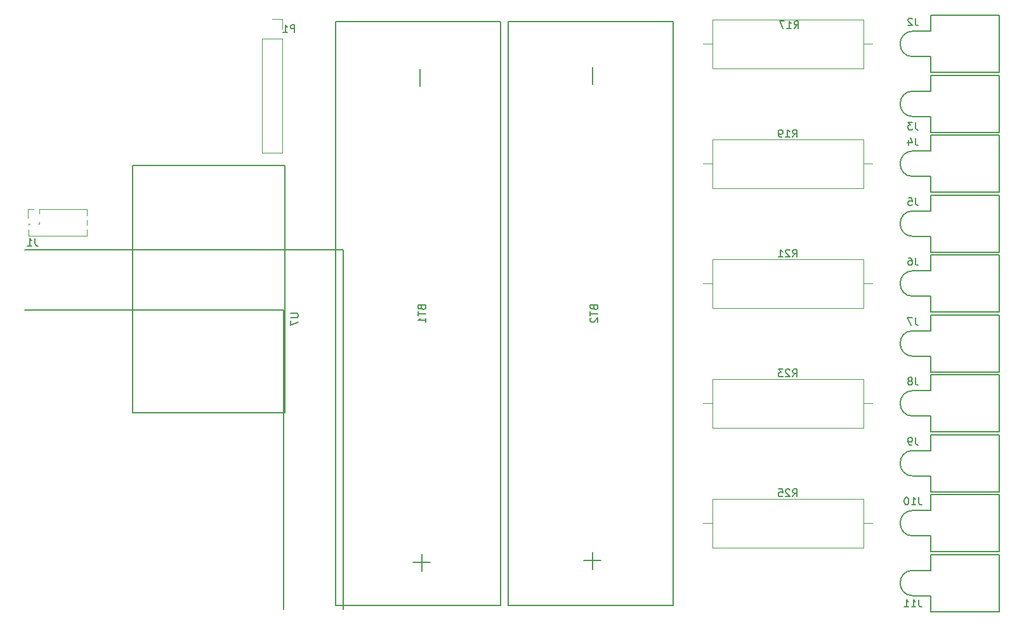
<source format=gbr>
G04 #@! TF.GenerationSoftware,KiCad,Pcbnew,5.0.2+dfsg1-1*
G04 #@! TF.CreationDate,2019-03-09T14:20:14+01:00*
G04 #@! TF.ProjectId,OpenHardwareHolterMonitor,4f70656e-4861-4726-9477-617265486f6c,rev?*
G04 #@! TF.SameCoordinates,Original*
G04 #@! TF.FileFunction,Legend,Bot*
G04 #@! TF.FilePolarity,Positive*
%FSLAX46Y46*%
G04 Gerber Fmt 4.6, Leading zero omitted, Abs format (unit mm)*
G04 Created by KiCad (PCBNEW 5.0.2+dfsg1-1) date Sat 09 Mar 2019 02:20:14 PM CET*
%MOMM*%
%LPD*%
G01*
G04 APERTURE LIST*
%ADD10C,0.150000*%
%ADD11C,0.120000*%
G04 APERTURE END LIST*
D10*
X174000000Y-59500000D02*
X174000000Y-99500000D01*
X139500000Y-59500000D02*
X174000000Y-59500000D01*
X182000000Y-51500000D02*
X182000000Y-99500000D01*
X139500000Y-51500000D02*
X182000000Y-51500000D01*
G04 #@! TO.C,BT2*
X226000000Y-21000000D02*
X204000000Y-21000000D01*
X226000000Y-99000000D02*
X226000000Y-21000000D01*
X204000000Y-99000000D02*
X226000000Y-99000000D01*
X204000000Y-21000000D02*
X204000000Y-99000000D01*
G04 #@! TO.C,BT1*
X203000000Y-21000000D02*
X181000000Y-21000000D01*
X203000000Y-99000000D02*
X203000000Y-21000000D01*
X181000000Y-99000000D02*
X203000000Y-99000000D01*
X181000000Y-21000000D02*
X181000000Y-99000000D01*
D11*
G04 #@! TO.C,J1*
X139930000Y-46100000D02*
X139930000Y-47230000D01*
X140690000Y-46100000D02*
X139930000Y-46100000D01*
X139995000Y-48807530D02*
X139995000Y-49630000D01*
X139995000Y-47990000D02*
X139995000Y-48192470D01*
X140126529Y-47990000D02*
X139995000Y-47990000D01*
X141396529Y-47990000D02*
X141253471Y-47990000D01*
X141450000Y-47793471D02*
X141450000Y-47936529D01*
X141450000Y-46100000D02*
X141450000Y-46666529D01*
X139995000Y-49630000D02*
X147735000Y-49630000D01*
X141450000Y-46100000D02*
X147735000Y-46100000D01*
X147735000Y-47537530D02*
X147735000Y-48192470D01*
X147735000Y-48807530D02*
X147735000Y-49630000D01*
X147735000Y-46100000D02*
X147735000Y-46922470D01*
D10*
G04 #@! TO.C,U7*
X153840000Y-40220000D02*
X153840000Y-73240000D01*
X174160000Y-40220000D02*
X153840000Y-40220000D01*
X174160000Y-73240000D02*
X174160000Y-40220000D01*
X153840000Y-73240000D02*
X174160000Y-73240000D01*
G04 #@! TO.C,J2*
X260400000Y-25700000D02*
X260400000Y-27800000D01*
X258000000Y-25700000D02*
X260400000Y-25700000D01*
X260400000Y-22300000D02*
X258000000Y-22300000D01*
X260400000Y-20200000D02*
X260400000Y-22300000D01*
X269500000Y-27800000D02*
X260400000Y-27800000D01*
X269500000Y-20200000D02*
X269500000Y-27800000D01*
X260400000Y-20200000D02*
X269500000Y-20200000D01*
X258000000Y-22300000D02*
G75*
G03X258000000Y-25700000I0J-1700000D01*
G01*
G04 #@! TO.C,J4*
X260400000Y-41700000D02*
X260400000Y-43800000D01*
X258000000Y-41700000D02*
X260400000Y-41700000D01*
X260400000Y-38300000D02*
X258000000Y-38300000D01*
X260400000Y-36200000D02*
X260400000Y-38300000D01*
X269500000Y-43800000D02*
X260400000Y-43800000D01*
X269500000Y-36200000D02*
X269500000Y-43800000D01*
X260400000Y-36200000D02*
X269500000Y-36200000D01*
X258000000Y-38300000D02*
G75*
G03X258000000Y-41700000I0J-1700000D01*
G01*
G04 #@! TO.C,J5*
X260400000Y-49700000D02*
X260400000Y-51800000D01*
X258000000Y-49700000D02*
X260400000Y-49700000D01*
X260400000Y-46300000D02*
X258000000Y-46300000D01*
X260400000Y-44200000D02*
X260400000Y-46300000D01*
X269500000Y-51800000D02*
X260400000Y-51800000D01*
X269500000Y-44200000D02*
X269500000Y-51800000D01*
X260400000Y-44200000D02*
X269500000Y-44200000D01*
X258000000Y-46300000D02*
G75*
G03X258000000Y-49700000I0J-1700000D01*
G01*
G04 #@! TO.C,J6*
X260400000Y-57700000D02*
X260400000Y-59800000D01*
X258000000Y-57700000D02*
X260400000Y-57700000D01*
X260400000Y-54300000D02*
X258000000Y-54300000D01*
X260400000Y-52200000D02*
X260400000Y-54300000D01*
X269500000Y-59800000D02*
X260400000Y-59800000D01*
X269500000Y-52200000D02*
X269500000Y-59800000D01*
X260400000Y-52200000D02*
X269500000Y-52200000D01*
X258000000Y-54300000D02*
G75*
G03X258000000Y-57700000I0J-1700000D01*
G01*
G04 #@! TO.C,J7*
X260400000Y-65700000D02*
X260400000Y-67800000D01*
X258000000Y-65700000D02*
X260400000Y-65700000D01*
X260400000Y-62300000D02*
X258000000Y-62300000D01*
X260400000Y-60200000D02*
X260400000Y-62300000D01*
X269500000Y-67800000D02*
X260400000Y-67800000D01*
X269500000Y-60200000D02*
X269500000Y-67800000D01*
X260400000Y-60200000D02*
X269500000Y-60200000D01*
X258000000Y-62300000D02*
G75*
G03X258000000Y-65700000I0J-1700000D01*
G01*
G04 #@! TO.C,J8*
X260400000Y-73700000D02*
X260400000Y-75800000D01*
X258000000Y-73700000D02*
X260400000Y-73700000D01*
X260400000Y-70300000D02*
X258000000Y-70300000D01*
X260400000Y-68200000D02*
X260400000Y-70300000D01*
X269500000Y-75800000D02*
X260400000Y-75800000D01*
X269500000Y-68200000D02*
X269500000Y-75800000D01*
X260400000Y-68200000D02*
X269500000Y-68200000D01*
X258000000Y-70300000D02*
G75*
G03X258000000Y-73700000I0J-1700000D01*
G01*
G04 #@! TO.C,J9*
X260400000Y-81700000D02*
X260400000Y-83800000D01*
X258000000Y-81700000D02*
X260400000Y-81700000D01*
X260400000Y-78300000D02*
X258000000Y-78300000D01*
X260400000Y-76200000D02*
X260400000Y-78300000D01*
X269500000Y-83800000D02*
X260400000Y-83800000D01*
X269500000Y-76200000D02*
X269500000Y-83800000D01*
X260400000Y-76200000D02*
X269500000Y-76200000D01*
X258000000Y-78300000D02*
G75*
G03X258000000Y-81700000I0J-1700000D01*
G01*
G04 #@! TO.C,J11*
X260400000Y-97700000D02*
X260400000Y-99800000D01*
X258000000Y-97700000D02*
X260400000Y-97700000D01*
X260400000Y-94300000D02*
X258000000Y-94300000D01*
X260400000Y-92200000D02*
X260400000Y-94300000D01*
X269500000Y-99800000D02*
X260400000Y-99800000D01*
X269500000Y-92200000D02*
X269500000Y-99800000D01*
X260400000Y-92200000D02*
X269500000Y-92200000D01*
X258000000Y-94300000D02*
G75*
G03X258000000Y-97700000I0J-1700000D01*
G01*
D11*
G04 #@! TO.C,R25*
X251360000Y-84740000D02*
X251360000Y-91260000D01*
X251360000Y-91260000D02*
X231240000Y-91260000D01*
X231240000Y-91260000D02*
X231240000Y-84740000D01*
X231240000Y-84740000D02*
X251360000Y-84740000D01*
X252620000Y-88000000D02*
X251360000Y-88000000D01*
X229980000Y-88000000D02*
X231240000Y-88000000D01*
G04 #@! TO.C,R17*
X251360000Y-20740000D02*
X251360000Y-27260000D01*
X251360000Y-27260000D02*
X231240000Y-27260000D01*
X231240000Y-27260000D02*
X231240000Y-20740000D01*
X231240000Y-20740000D02*
X251360000Y-20740000D01*
X252620000Y-24000000D02*
X251360000Y-24000000D01*
X229980000Y-24000000D02*
X231240000Y-24000000D01*
G04 #@! TO.C,R19*
X251360000Y-36740000D02*
X251360000Y-43260000D01*
X251360000Y-43260000D02*
X231240000Y-43260000D01*
X231240000Y-43260000D02*
X231240000Y-36740000D01*
X231240000Y-36740000D02*
X251360000Y-36740000D01*
X252620000Y-40000000D02*
X251360000Y-40000000D01*
X229980000Y-40000000D02*
X231240000Y-40000000D01*
G04 #@! TO.C,R21*
X251360000Y-52740000D02*
X251360000Y-59260000D01*
X251360000Y-59260000D02*
X231240000Y-59260000D01*
X231240000Y-59260000D02*
X231240000Y-52740000D01*
X231240000Y-52740000D02*
X251360000Y-52740000D01*
X252620000Y-56000000D02*
X251360000Y-56000000D01*
X229980000Y-56000000D02*
X231240000Y-56000000D01*
G04 #@! TO.C,R23*
X251360000Y-68740000D02*
X251360000Y-75260000D01*
X251360000Y-75260000D02*
X231240000Y-75260000D01*
X231240000Y-75260000D02*
X231240000Y-68740000D01*
X231240000Y-68740000D02*
X251360000Y-68740000D01*
X252620000Y-72000000D02*
X251360000Y-72000000D01*
X229980000Y-72000000D02*
X231240000Y-72000000D01*
D10*
G04 #@! TO.C,J10*
X260400000Y-89700000D02*
X260400000Y-91800000D01*
X258000000Y-89700000D02*
X260400000Y-89700000D01*
X260400000Y-86300000D02*
X258000000Y-86300000D01*
X260400000Y-84200000D02*
X260400000Y-86300000D01*
X269500000Y-91800000D02*
X260400000Y-91800000D01*
X269500000Y-84200000D02*
X269500000Y-91800000D01*
X260400000Y-84200000D02*
X269500000Y-84200000D01*
X258000000Y-86300000D02*
G75*
G03X258000000Y-89700000I0J-1700000D01*
G01*
G04 #@! TO.C,J3*
X260400000Y-33700000D02*
X260400000Y-35800000D01*
X258000000Y-33700000D02*
X260400000Y-33700000D01*
X260400000Y-30300000D02*
X258000000Y-30300000D01*
X260400000Y-28200000D02*
X260400000Y-30300000D01*
X269500000Y-35800000D02*
X260400000Y-35800000D01*
X269500000Y-28200000D02*
X269500000Y-35800000D01*
X260400000Y-28200000D02*
X269500000Y-28200000D01*
X258000000Y-30300000D02*
G75*
G03X258000000Y-33700000I0J-1700000D01*
G01*
D11*
G04 #@! TO.C,P1*
X173830000Y-20670000D02*
X172500000Y-20670000D01*
X173830000Y-22000000D02*
X173830000Y-20670000D01*
X173830000Y-23270000D02*
X171170000Y-23270000D01*
X171170000Y-23270000D02*
X171170000Y-38570000D01*
X173830000Y-23270000D02*
X173830000Y-38570000D01*
X173830000Y-38570000D02*
X171170000Y-38570000D01*
G04 #@! TO.C,BT2*
D10*
X215428571Y-59214285D02*
X215476190Y-59357142D01*
X215523809Y-59404761D01*
X215619047Y-59452380D01*
X215761904Y-59452380D01*
X215857142Y-59404761D01*
X215904761Y-59357142D01*
X215952380Y-59261904D01*
X215952380Y-58880952D01*
X214952380Y-58880952D01*
X214952380Y-59214285D01*
X215000000Y-59309523D01*
X215047619Y-59357142D01*
X215142857Y-59404761D01*
X215238095Y-59404761D01*
X215333333Y-59357142D01*
X215380952Y-59309523D01*
X215428571Y-59214285D01*
X215428571Y-58880952D01*
X214952380Y-59738095D02*
X214952380Y-60309523D01*
X215952380Y-60023809D02*
X214952380Y-60023809D01*
X215047619Y-60595238D02*
X215000000Y-60642857D01*
X214952380Y-60738095D01*
X214952380Y-60976190D01*
X215000000Y-61071428D01*
X215047619Y-61119047D01*
X215142857Y-61166666D01*
X215238095Y-61166666D01*
X215380952Y-61119047D01*
X215952380Y-60547619D01*
X215952380Y-61166666D01*
X215214285Y-27107142D02*
X215214285Y-29392857D01*
X215214285Y-91857142D02*
X215214285Y-94142857D01*
X216357142Y-93000000D02*
X214071428Y-93000000D01*
G04 #@! TO.C,BT1*
X192428571Y-59214285D02*
X192476190Y-59357142D01*
X192523809Y-59404761D01*
X192619047Y-59452380D01*
X192761904Y-59452380D01*
X192857142Y-59404761D01*
X192904761Y-59357142D01*
X192952380Y-59261904D01*
X192952380Y-58880952D01*
X191952380Y-58880952D01*
X191952380Y-59214285D01*
X192000000Y-59309523D01*
X192047619Y-59357142D01*
X192142857Y-59404761D01*
X192238095Y-59404761D01*
X192333333Y-59357142D01*
X192380952Y-59309523D01*
X192428571Y-59214285D01*
X192428571Y-58880952D01*
X191952380Y-59738095D02*
X191952380Y-60309523D01*
X192952380Y-60023809D02*
X191952380Y-60023809D01*
X192952380Y-61166666D02*
X192952380Y-60595238D01*
X192952380Y-60880952D02*
X191952380Y-60880952D01*
X192095238Y-60785714D01*
X192190476Y-60690476D01*
X192238095Y-60595238D01*
X192214285Y-27357142D02*
X192214285Y-29642857D01*
X192464285Y-92107142D02*
X192464285Y-94392857D01*
X193607142Y-93250000D02*
X191321428Y-93250000D01*
G04 #@! TO.C,J1*
X140833333Y-49952380D02*
X140833333Y-50666666D01*
X140880952Y-50809523D01*
X140976190Y-50904761D01*
X141119047Y-50952380D01*
X141214285Y-50952380D01*
X139833333Y-50952380D02*
X140404761Y-50952380D01*
X140119047Y-50952380D02*
X140119047Y-49952380D01*
X140214285Y-50095238D01*
X140309523Y-50190476D01*
X140404761Y-50238095D01*
G04 #@! TO.C,U7*
X174952380Y-59988095D02*
X175761904Y-59988095D01*
X175857142Y-60035714D01*
X175904761Y-60083333D01*
X175952380Y-60178571D01*
X175952380Y-60369047D01*
X175904761Y-60464285D01*
X175857142Y-60511904D01*
X175761904Y-60559523D01*
X174952380Y-60559523D01*
X174952380Y-60940476D02*
X174952380Y-61607142D01*
X175952380Y-61178571D01*
G04 #@! TO.C,J2*
X258333333Y-20552380D02*
X258333333Y-21266666D01*
X258380952Y-21409523D01*
X258476190Y-21504761D01*
X258619047Y-21552380D01*
X258714285Y-21552380D01*
X257904761Y-20647619D02*
X257857142Y-20600000D01*
X257761904Y-20552380D01*
X257523809Y-20552380D01*
X257428571Y-20600000D01*
X257380952Y-20647619D01*
X257333333Y-20742857D01*
X257333333Y-20838095D01*
X257380952Y-20980952D01*
X257952380Y-21552380D01*
X257333333Y-21552380D01*
G04 #@! TO.C,J4*
X258333333Y-36552380D02*
X258333333Y-37266666D01*
X258380952Y-37409523D01*
X258476190Y-37504761D01*
X258619047Y-37552380D01*
X258714285Y-37552380D01*
X257428571Y-36885714D02*
X257428571Y-37552380D01*
X257666666Y-36504761D02*
X257904761Y-37219047D01*
X257285714Y-37219047D01*
G04 #@! TO.C,J5*
X258333333Y-44552380D02*
X258333333Y-45266666D01*
X258380952Y-45409523D01*
X258476190Y-45504761D01*
X258619047Y-45552380D01*
X258714285Y-45552380D01*
X257380952Y-44552380D02*
X257857142Y-44552380D01*
X257904761Y-45028571D01*
X257857142Y-44980952D01*
X257761904Y-44933333D01*
X257523809Y-44933333D01*
X257428571Y-44980952D01*
X257380952Y-45028571D01*
X257333333Y-45123809D01*
X257333333Y-45361904D01*
X257380952Y-45457142D01*
X257428571Y-45504761D01*
X257523809Y-45552380D01*
X257761904Y-45552380D01*
X257857142Y-45504761D01*
X257904761Y-45457142D01*
G04 #@! TO.C,J6*
X258333333Y-52552380D02*
X258333333Y-53266666D01*
X258380952Y-53409523D01*
X258476190Y-53504761D01*
X258619047Y-53552380D01*
X258714285Y-53552380D01*
X257428571Y-52552380D02*
X257619047Y-52552380D01*
X257714285Y-52600000D01*
X257761904Y-52647619D01*
X257857142Y-52790476D01*
X257904761Y-52980952D01*
X257904761Y-53361904D01*
X257857142Y-53457142D01*
X257809523Y-53504761D01*
X257714285Y-53552380D01*
X257523809Y-53552380D01*
X257428571Y-53504761D01*
X257380952Y-53457142D01*
X257333333Y-53361904D01*
X257333333Y-53123809D01*
X257380952Y-53028571D01*
X257428571Y-52980952D01*
X257523809Y-52933333D01*
X257714285Y-52933333D01*
X257809523Y-52980952D01*
X257857142Y-53028571D01*
X257904761Y-53123809D01*
G04 #@! TO.C,J7*
X258333333Y-60552380D02*
X258333333Y-61266666D01*
X258380952Y-61409523D01*
X258476190Y-61504761D01*
X258619047Y-61552380D01*
X258714285Y-61552380D01*
X257952380Y-60552380D02*
X257285714Y-60552380D01*
X257714285Y-61552380D01*
G04 #@! TO.C,J8*
X258333333Y-68552380D02*
X258333333Y-69266666D01*
X258380952Y-69409523D01*
X258476190Y-69504761D01*
X258619047Y-69552380D01*
X258714285Y-69552380D01*
X257714285Y-68980952D02*
X257809523Y-68933333D01*
X257857142Y-68885714D01*
X257904761Y-68790476D01*
X257904761Y-68742857D01*
X257857142Y-68647619D01*
X257809523Y-68600000D01*
X257714285Y-68552380D01*
X257523809Y-68552380D01*
X257428571Y-68600000D01*
X257380952Y-68647619D01*
X257333333Y-68742857D01*
X257333333Y-68790476D01*
X257380952Y-68885714D01*
X257428571Y-68933333D01*
X257523809Y-68980952D01*
X257714285Y-68980952D01*
X257809523Y-69028571D01*
X257857142Y-69076190D01*
X257904761Y-69171428D01*
X257904761Y-69361904D01*
X257857142Y-69457142D01*
X257809523Y-69504761D01*
X257714285Y-69552380D01*
X257523809Y-69552380D01*
X257428571Y-69504761D01*
X257380952Y-69457142D01*
X257333333Y-69361904D01*
X257333333Y-69171428D01*
X257380952Y-69076190D01*
X257428571Y-69028571D01*
X257523809Y-68980952D01*
G04 #@! TO.C,J9*
X258333333Y-76552380D02*
X258333333Y-77266666D01*
X258380952Y-77409523D01*
X258476190Y-77504761D01*
X258619047Y-77552380D01*
X258714285Y-77552380D01*
X257809523Y-77552380D02*
X257619047Y-77552380D01*
X257523809Y-77504761D01*
X257476190Y-77457142D01*
X257380952Y-77314285D01*
X257333333Y-77123809D01*
X257333333Y-76742857D01*
X257380952Y-76647619D01*
X257428571Y-76600000D01*
X257523809Y-76552380D01*
X257714285Y-76552380D01*
X257809523Y-76600000D01*
X257857142Y-76647619D01*
X257904761Y-76742857D01*
X257904761Y-76980952D01*
X257857142Y-77076190D01*
X257809523Y-77123809D01*
X257714285Y-77171428D01*
X257523809Y-77171428D01*
X257428571Y-77123809D01*
X257380952Y-77076190D01*
X257333333Y-76980952D01*
G04 #@! TO.C,J11*
X258809523Y-98202380D02*
X258809523Y-98916666D01*
X258857142Y-99059523D01*
X258952380Y-99154761D01*
X259095238Y-99202380D01*
X259190476Y-99202380D01*
X257809523Y-99202380D02*
X258380952Y-99202380D01*
X258095238Y-99202380D02*
X258095238Y-98202380D01*
X258190476Y-98345238D01*
X258285714Y-98440476D01*
X258380952Y-98488095D01*
X256857142Y-99202380D02*
X257428571Y-99202380D01*
X257142857Y-99202380D02*
X257142857Y-98202380D01*
X257238095Y-98345238D01*
X257333333Y-98440476D01*
X257428571Y-98488095D01*
G04 #@! TO.C,R25*
X241942857Y-84452380D02*
X242276190Y-83976190D01*
X242514285Y-84452380D02*
X242514285Y-83452380D01*
X242133333Y-83452380D01*
X242038095Y-83500000D01*
X241990476Y-83547619D01*
X241942857Y-83642857D01*
X241942857Y-83785714D01*
X241990476Y-83880952D01*
X242038095Y-83928571D01*
X242133333Y-83976190D01*
X242514285Y-83976190D01*
X241561904Y-83547619D02*
X241514285Y-83500000D01*
X241419047Y-83452380D01*
X241180952Y-83452380D01*
X241085714Y-83500000D01*
X241038095Y-83547619D01*
X240990476Y-83642857D01*
X240990476Y-83738095D01*
X241038095Y-83880952D01*
X241609523Y-84452380D01*
X240990476Y-84452380D01*
X240085714Y-83452380D02*
X240561904Y-83452380D01*
X240609523Y-83928571D01*
X240561904Y-83880952D01*
X240466666Y-83833333D01*
X240228571Y-83833333D01*
X240133333Y-83880952D01*
X240085714Y-83928571D01*
X240038095Y-84023809D01*
X240038095Y-84261904D01*
X240085714Y-84357142D01*
X240133333Y-84404761D01*
X240228571Y-84452380D01*
X240466666Y-84452380D01*
X240561904Y-84404761D01*
X240609523Y-84357142D01*
G04 #@! TO.C,R17*
X242142857Y-21952380D02*
X242476190Y-21476190D01*
X242714285Y-21952380D02*
X242714285Y-20952380D01*
X242333333Y-20952380D01*
X242238095Y-21000000D01*
X242190476Y-21047619D01*
X242142857Y-21142857D01*
X242142857Y-21285714D01*
X242190476Y-21380952D01*
X242238095Y-21428571D01*
X242333333Y-21476190D01*
X242714285Y-21476190D01*
X241190476Y-21952380D02*
X241761904Y-21952380D01*
X241476190Y-21952380D02*
X241476190Y-20952380D01*
X241571428Y-21095238D01*
X241666666Y-21190476D01*
X241761904Y-21238095D01*
X240857142Y-20952380D02*
X240190476Y-20952380D01*
X240619047Y-21952380D01*
G04 #@! TO.C,R19*
X241942857Y-36452380D02*
X242276190Y-35976190D01*
X242514285Y-36452380D02*
X242514285Y-35452380D01*
X242133333Y-35452380D01*
X242038095Y-35500000D01*
X241990476Y-35547619D01*
X241942857Y-35642857D01*
X241942857Y-35785714D01*
X241990476Y-35880952D01*
X242038095Y-35928571D01*
X242133333Y-35976190D01*
X242514285Y-35976190D01*
X240990476Y-36452380D02*
X241561904Y-36452380D01*
X241276190Y-36452380D02*
X241276190Y-35452380D01*
X241371428Y-35595238D01*
X241466666Y-35690476D01*
X241561904Y-35738095D01*
X240514285Y-36452380D02*
X240323809Y-36452380D01*
X240228571Y-36404761D01*
X240180952Y-36357142D01*
X240085714Y-36214285D01*
X240038095Y-36023809D01*
X240038095Y-35642857D01*
X240085714Y-35547619D01*
X240133333Y-35500000D01*
X240228571Y-35452380D01*
X240419047Y-35452380D01*
X240514285Y-35500000D01*
X240561904Y-35547619D01*
X240609523Y-35642857D01*
X240609523Y-35880952D01*
X240561904Y-35976190D01*
X240514285Y-36023809D01*
X240419047Y-36071428D01*
X240228571Y-36071428D01*
X240133333Y-36023809D01*
X240085714Y-35976190D01*
X240038095Y-35880952D01*
G04 #@! TO.C,R21*
X241942857Y-52452380D02*
X242276190Y-51976190D01*
X242514285Y-52452380D02*
X242514285Y-51452380D01*
X242133333Y-51452380D01*
X242038095Y-51500000D01*
X241990476Y-51547619D01*
X241942857Y-51642857D01*
X241942857Y-51785714D01*
X241990476Y-51880952D01*
X242038095Y-51928571D01*
X242133333Y-51976190D01*
X242514285Y-51976190D01*
X241561904Y-51547619D02*
X241514285Y-51500000D01*
X241419047Y-51452380D01*
X241180952Y-51452380D01*
X241085714Y-51500000D01*
X241038095Y-51547619D01*
X240990476Y-51642857D01*
X240990476Y-51738095D01*
X241038095Y-51880952D01*
X241609523Y-52452380D01*
X240990476Y-52452380D01*
X240038095Y-52452380D02*
X240609523Y-52452380D01*
X240323809Y-52452380D02*
X240323809Y-51452380D01*
X240419047Y-51595238D01*
X240514285Y-51690476D01*
X240609523Y-51738095D01*
G04 #@! TO.C,R23*
X241942857Y-68452380D02*
X242276190Y-67976190D01*
X242514285Y-68452380D02*
X242514285Y-67452380D01*
X242133333Y-67452380D01*
X242038095Y-67500000D01*
X241990476Y-67547619D01*
X241942857Y-67642857D01*
X241942857Y-67785714D01*
X241990476Y-67880952D01*
X242038095Y-67928571D01*
X242133333Y-67976190D01*
X242514285Y-67976190D01*
X241561904Y-67547619D02*
X241514285Y-67500000D01*
X241419047Y-67452380D01*
X241180952Y-67452380D01*
X241085714Y-67500000D01*
X241038095Y-67547619D01*
X240990476Y-67642857D01*
X240990476Y-67738095D01*
X241038095Y-67880952D01*
X241609523Y-68452380D01*
X240990476Y-68452380D01*
X240657142Y-67452380D02*
X240038095Y-67452380D01*
X240371428Y-67833333D01*
X240228571Y-67833333D01*
X240133333Y-67880952D01*
X240085714Y-67928571D01*
X240038095Y-68023809D01*
X240038095Y-68261904D01*
X240085714Y-68357142D01*
X240133333Y-68404761D01*
X240228571Y-68452380D01*
X240514285Y-68452380D01*
X240609523Y-68404761D01*
X240657142Y-68357142D01*
G04 #@! TO.C,J10*
X258809523Y-84552380D02*
X258809523Y-85266666D01*
X258857142Y-85409523D01*
X258952380Y-85504761D01*
X259095238Y-85552380D01*
X259190476Y-85552380D01*
X257809523Y-85552380D02*
X258380952Y-85552380D01*
X258095238Y-85552380D02*
X258095238Y-84552380D01*
X258190476Y-84695238D01*
X258285714Y-84790476D01*
X258380952Y-84838095D01*
X257190476Y-84552380D02*
X257095238Y-84552380D01*
X257000000Y-84600000D01*
X256952380Y-84647619D01*
X256904761Y-84742857D01*
X256857142Y-84933333D01*
X256857142Y-85171428D01*
X256904761Y-85361904D01*
X256952380Y-85457142D01*
X257000000Y-85504761D01*
X257095238Y-85552380D01*
X257190476Y-85552380D01*
X257285714Y-85504761D01*
X257333333Y-85457142D01*
X257380952Y-85361904D01*
X257428571Y-85171428D01*
X257428571Y-84933333D01*
X257380952Y-84742857D01*
X257333333Y-84647619D01*
X257285714Y-84600000D01*
X257190476Y-84552380D01*
G04 #@! TO.C,J3*
X258333333Y-34452380D02*
X258333333Y-35166666D01*
X258380952Y-35309523D01*
X258476190Y-35404761D01*
X258619047Y-35452380D01*
X258714285Y-35452380D01*
X257952380Y-34452380D02*
X257333333Y-34452380D01*
X257666666Y-34833333D01*
X257523809Y-34833333D01*
X257428571Y-34880952D01*
X257380952Y-34928571D01*
X257333333Y-35023809D01*
X257333333Y-35261904D01*
X257380952Y-35357142D01*
X257428571Y-35404761D01*
X257523809Y-35452380D01*
X257809523Y-35452380D01*
X257904761Y-35404761D01*
X257952380Y-35357142D01*
G04 #@! TO.C,P1*
X175488095Y-22452380D02*
X175488095Y-21452380D01*
X175107142Y-21452380D01*
X175011904Y-21500000D01*
X174964285Y-21547619D01*
X174916666Y-21642857D01*
X174916666Y-21785714D01*
X174964285Y-21880952D01*
X175011904Y-21928571D01*
X175107142Y-21976190D01*
X175488095Y-21976190D01*
X173964285Y-22452380D02*
X174535714Y-22452380D01*
X174250000Y-22452380D02*
X174250000Y-21452380D01*
X174345238Y-21595238D01*
X174440476Y-21690476D01*
X174535714Y-21738095D01*
G04 #@! TD*
M02*

</source>
